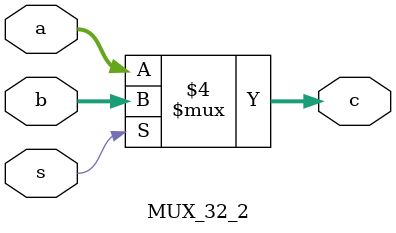
<source format=v>
`timescale 1ns / 1ps


module MUX_32_2(s,a,b,c);
    input [31:0]a,b;
    input s;
    output reg [31:0]c;
    always @(*)begin
    if(s==1'b0)
        c=a;
        else 
           c=b;
    end
endmodule

</source>
